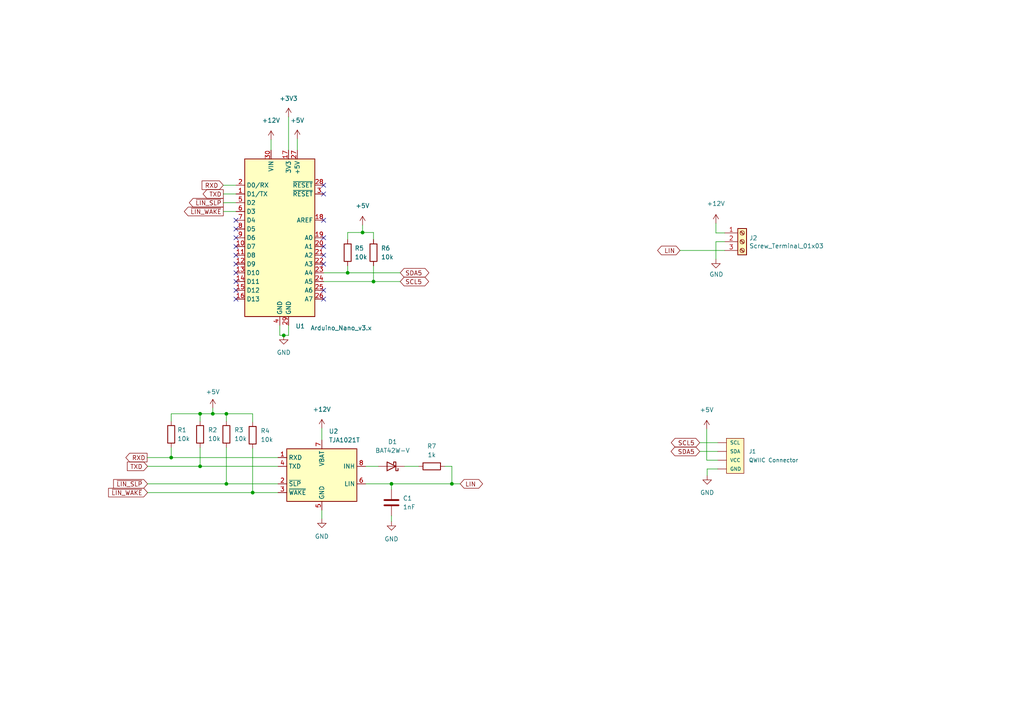
<source format=kicad_sch>
(kicad_sch (version 20211123) (generator eeschema)
  (paper "A4")
  (title_block (title "LINBus Master") (date "2023-02-04") (rev "1.0") (company "Gavin Hurlbut"))
  (lib_symbols
    (symbol "Connector:Screw_Terminal_01x03" (pin_names (offset 1.016) hide)
      (property "Reference" "J" (at 0 5.08 0))
      (property "Value" "Screw_Terminal_01x03" (at 0 -5.08 0))
      (symbol "Screw_Terminal_01x03_1_1"
        (rectangle (start -1.27 3.81) (end 1.27 -3.81) (stroke (width 0.254)) (fill (type background)))
        (circle (center 0 -2.54) (radius 0.635) (stroke (width 0.1524)))
        (polyline (pts (xy -0.5334 -2.2098) (xy 0.3302 -3.048)) (stroke (width 0.1524)))
        (polyline (pts (xy -0.5334 0.3302) (xy 0.3302 -0.508)) (stroke (width 0.1524)))
        (polyline (pts (xy -0.5334 2.8702) (xy 0.3302 2.032)) (stroke (width 0.1524)))
        (polyline (pts (xy -0.3556 -2.032) (xy 0.508 -2.8702)) (stroke (width 0.1524)))
        (polyline (pts (xy -0.3556 0.508) (xy 0.508 -0.3302)) (stroke (width 0.1524)))
        (polyline (pts (xy -0.3556 3.048) (xy 0.508 2.2098)) (stroke (width 0.1524)))
        (circle (center 0 0) (radius 0.635) (stroke (width 0.1524)))
        (circle (center 0 2.54) (radius 0.635) (stroke (width 0.1524)))
        (pin passive line (at -5.08 2.54 0) (length 3.81) (name "Pin_1") (number "1"))
        (pin passive line (at -5.08 0 0) (length 3.81) (name "Pin_2") (number "2"))
        (pin passive line (at -5.08 -2.54 0) (length 3.81) (name "Pin_3") (number "3"))
      )
    )
    (symbol "Device:C" (pin_numbers hide) (pin_names (offset 0.254))
      (property "Reference" "C" (at 0.635 2.54 0))
      (property "Value" "C" (at 0.635 -2.54 0))
      (symbol "C_0_1"
        (polyline (pts (xy -2.032 -0.762) (xy 2.032 -0.762)) (stroke (width 0.508)))
        (polyline (pts (xy -2.032 0.762) (xy 2.032 0.762)) (stroke (width 0.508)))
      )
      (symbol "C_1_1"
        (pin passive line (at 0 3.81 270) (length 2.794) (name "~") (number "1"))
        (pin passive line (at 0 -3.81 90) (length 2.794) (name "~") (number "2"))
      )
    )
    (symbol "Device:R" (pin_numbers hide) (pin_names (offset 0))
      (property "Reference" "R" (at 2.032 0 90))
      (property "Value" "R" (at 0 0 90))
      (symbol "R_0_1"
        (rectangle (start -1.016 -2.54) (end 1.016 2.54) (stroke (width 0.254)))
      )
      (symbol "R_1_1"
        (pin passive line (at 0 3.81 270) (length 1.27) (name "~") (number "1"))
        (pin passive line (at 0 -3.81 90) (length 1.27) (name "~") (number "2"))
      )
    )
    (symbol "Diode:BAT42W-V" (pin_numbers hide) (pin_names (offset 1.016) hide)
      (property "Reference" "D" (at 0 2.54 0))
      (property "Value" "BAT42W-V" (at 0 -2.54 0))
      (symbol "BAT42W-V_0_1"
        (polyline (pts (xy 1.27 0) (xy -1.27 0)))
        (polyline (pts (xy 1.27 1.27) (xy 1.27 -1.27) (xy -1.27 0) (xy 1.27 1.27)) (stroke (width 0.254)))
        (polyline (pts (xy -1.905 0.635) (xy -1.905 1.27) (xy -1.27 1.27) (xy -1.27 -1.27) (xy -0.635 -1.27) (xy -0.635 -0.635)) (stroke (width 0.254)))
      )
      (symbol "BAT42W-V_1_1"
        (pin passive line (at -3.81 0 0) (length 2.54) (name "K") (number "1"))
        (pin passive line (at 3.81 0 180) (length 2.54) (name "A") (number "2"))
      )
    )
    (symbol "Interface_CAN_LIN:TJA1021T"
      (property "Reference" "U" (at -10.16 8.89 0))
      (property "Value" "TJA1021T" (at 1.27 8.89 0))
      (symbol "TJA1021T_0_1"
        (rectangle (start -10.16 7.62) (end 10.16 -7.62) (stroke (width 0.254)) (fill (type background)))
      )
      (symbol "TJA1021T_1_1"
        (pin open_collector line (at -12.7 5.08 0) (length 2.54) (name "RXD") (number "1"))
        (pin input line (at -12.7 -2.54 0) (length 2.54) (name "~{SLP}") (number "2"))
        (pin input line (at -12.7 -5.08 0) (length 2.54) (name "~{WAKE}") (number "3"))
        (pin input line (at -12.7 2.54 0) (length 2.54) (name "TXD") (number "4"))
        (pin power_in line (at 0 -10.16 90) (length 2.54) (name "GND") (number "5"))
        (pin bidirectional line (at 12.7 -2.54 180) (length 2.54) (name "LIN") (number "6"))
        (pin power_in line (at 0 10.16 270) (length 2.54) (name "VBAT") (number "7"))
        (pin output line (at 12.7 2.54 180) (length 2.54) (name "INH") (number "8"))
      )
    )
    (symbol "MCU_Module:Arduino_Nano_v3.x"
      (property "Reference" "A" (at -10.16 23.495 0))
      (property "Value" "Arduino_Nano_v3.x" (at 5.08 -24.13 0))
      (symbol "Arduino_Nano_v3.x_0_1"
        (rectangle (start -10.16 22.86) (end 10.16 -22.86) (stroke (width 0.254)) (fill (type background)))
      )
      (symbol "Arduino_Nano_v3.x_1_1"
        (pin bidirectional line (at -12.7 12.7 0) (length 2.54) (name "D1/TX") (number "1"))
        (pin bidirectional line (at -12.7 -2.54 0) (length 2.54) (name "D7") (number "10"))
        (pin bidirectional line (at -12.7 -5.08 0) (length 2.54) (name "D8") (number "11"))
        (pin bidirectional line (at -12.7 -7.62 0) (length 2.54) (name "D9") (number "12"))
        (pin bidirectional line (at -12.7 -10.16 0) (length 2.54) (name "D10") (number "13"))
        (pin bidirectional line (at -12.7 -12.7 0) (length 2.54) (name "D11") (number "14"))
        (pin bidirectional line (at -12.7 -15.24 0) (length 2.54) (name "D12") (number "15"))
        (pin bidirectional line (at -12.7 -17.78 0) (length 2.54) (name "D13") (number "16"))
        (pin power_out line (at 2.54 25.4 270) (length 2.54) (name "3V3") (number "17"))
        (pin input line (at 12.7 5.08 180) (length 2.54) (name "AREF") (number "18"))
        (pin bidirectional line (at 12.7 0 180) (length 2.54) (name "A0") (number "19"))
        (pin bidirectional line (at -12.7 15.24 0) (length 2.54) (name "D0/RX") (number "2"))
        (pin bidirectional line (at 12.7 -2.54 180) (length 2.54) (name "A1") (number "20"))
        (pin bidirectional line (at 12.7 -5.08 180) (length 2.54) (name "A2") (number "21"))
        (pin bidirectional line (at 12.7 -7.62 180) (length 2.54) (name "A3") (number "22"))
        (pin bidirectional line (at 12.7 -10.16 180) (length 2.54) (name "A4") (number "23"))
        (pin bidirectional line (at 12.7 -12.7 180) (length 2.54) (name "A5") (number "24"))
        (pin bidirectional line (at 12.7 -15.24 180) (length 2.54) (name "A6") (number "25"))
        (pin bidirectional line (at 12.7 -17.78 180) (length 2.54) (name "A7") (number "26"))
        (pin power_out line (at 5.08 25.4 270) (length 2.54) (name "+5V") (number "27"))
        (pin input line (at 12.7 15.24 180) (length 2.54) (name "~{RESET}") (number "28"))
        (pin power_in line (at 2.54 -25.4 90) (length 2.54) (name "GND") (number "29"))
        (pin input line (at 12.7 12.7 180) (length 2.54) (name "~{RESET}") (number "3"))
        (pin power_in line (at -2.54 25.4 270) (length 2.54) (name "VIN") (number "30"))
        (pin power_in line (at 0 -25.4 90) (length 2.54) (name "GND") (number "4"))
        (pin bidirectional line (at -12.7 10.16 0) (length 2.54) (name "D2") (number "5"))
        (pin bidirectional line (at -12.7 7.62 0) (length 2.54) (name "D3") (number "6"))
        (pin bidirectional line (at -12.7 5.08 0) (length 2.54) (name "D4") (number "7"))
        (pin bidirectional line (at -12.7 2.54 0) (length 2.54) (name "D5") (number "8"))
        (pin bidirectional line (at -12.7 0 0) (length 2.54) (name "D6") (number "9"))
      )
    )
    (symbol "SparkFun-Connectors:I2C_STANDARDQWIIC" (pin_numbers hide) (pin_names (offset 1.016))
      (property "Reference" "J" (at -5.08 10.16 0))
      (property "Value" "I2C_STANDARDQWIIC" (at -5.08 -3.81 0))
      (property "Field4" "CONN-13729" (at 0 13.97 0))
      (symbol "I2C_STANDARDQWIIC_1_0"
        (rectangle (start 0 -1.27) (end -5.08 8.89) (fill (type background)))
      )
      (symbol "I2C_STANDARDQWIIC_1_1"
        (pin power_in line (at 2.54 0 180) (length 2.54) (name "GND") (number "1"))
        (pin power_in line (at 2.54 2.54 180) (length 2.54) (name "VCC") (number "2"))
        (pin passive line (at 2.54 5.08 180) (length 2.54) (name "SDA") (number "3"))
        (pin passive line (at 2.54 7.62 180) (length 2.54) (name "SCL") (number "4"))
      )
    )
    (symbol "power:+12V" (power) (pin_names (offset 0))
      (property "Value" "+12V" (at 0 3.556 0))
      (symbol "+12V_0_1"
        (polyline (pts (xy -0.762 1.27) (xy 0 2.54)))
        (polyline (pts (xy 0 0) (xy 0 2.54)))
        (polyline (pts (xy 0 2.54) (xy 0.762 1.27)))
      )
      (symbol "+12V_1_1"
        (pin power_in line (at 0 0 90) (length 0) hide (name "+12V") (number "1"))
      )
    )
    (symbol "power:+3V3" (power) (pin_names (offset 0))
      (property "Value" "+3V3" (at 0 3.556 0))
      (symbol "+3V3_0_1"
        (polyline (pts (xy -0.762 1.27) (xy 0 2.54)))
        (polyline (pts (xy 0 0) (xy 0 2.54)))
        (polyline (pts (xy 0 2.54) (xy 0.762 1.27)))
      )
      (symbol "+3V3_1_1"
        (pin power_in line (at 0 0 90) (length 0) hide (name "+3V3") (number "1"))
      )
    )
    (symbol "power:+5V" (power) (pin_names (offset 0))
      (property "Value" "+5V" (at 0 3.556 0))
      (symbol "+5V_0_1"
        (polyline (pts (xy -0.762 1.27) (xy 0 2.54)))
        (polyline (pts (xy 0 0) (xy 0 2.54)))
        (polyline (pts (xy 0 2.54) (xy 0.762 1.27)))
      )
      (symbol "+5V_1_1"
        (pin power_in line (at 0 0 90) (length 0) hide (name "+5V") (number "1"))
      )
    )
    (symbol "power:GND" (power) (pin_names (offset 0))
      (property "Value" "GND" (at 0 -3.81 0))
      (symbol "GND_0_1"
        (polyline (pts (xy 0 0) (xy 0 -1.27) (xy 1.27 -1.27) (xy 0 -2.54) (xy -1.27 -1.27) (xy 0 -1.27)))
      )
      (symbol "GND_1_1"
        (pin power_in line (at 0 0 270) (length 0) hide (name "GND") (number "1"))
      )
    )
  )
  (junction (at 82.296 97.282))
  (junction (at 131.064 140.335))
  (junction (at 73.279 142.875))
  (junction (at 58.039 135.255))
  (junction (at 65.659 120.015))
  (junction (at 105.156 67.437))
  (junction (at 100.838 79.121))
  (junction (at 49.657 132.715))
  (junction (at 65.659 140.335))
  (junction (at 58.039 120.015))
  (junction (at 108.331 81.661))
  (junction (at 61.722 120.015))
  (junction (at 113.538 140.335))
  (no_connect (at 93.853 76.581))
  (no_connect (at 93.853 68.961))
  (no_connect (at 68.453 74.041))
  (no_connect (at 93.853 63.881))
  (no_connect (at 68.453 71.501))
  (no_connect (at 68.453 66.421))
  (no_connect (at 93.853 86.741))
  (no_connect (at 93.853 74.041))
  (no_connect (at 93.853 56.261))
  (no_connect (at 68.453 79.121))
  (no_connect (at 93.853 84.201))
  (no_connect (at 93.853 53.721))
  (no_connect (at 68.453 76.581))
  (no_connect (at 68.453 68.961))
  (no_connect (at 93.853 71.501))
  (no_connect (at 68.453 63.881))
  (no_connect (at 68.453 86.741))
  (no_connect (at 68.453 81.661))
  (no_connect (at 68.453 84.201))
  (wire (pts (xy 207.645 67.564) (xy 210.185 67.564)))
  (wire (pts (xy 202.946 128.397) (xy 208.153 128.397)))
  (wire (pts (xy 100.838 77.089) (xy 100.838 79.121)))
  (wire (pts (xy 64.77 61.341) (xy 68.453 61.341)))
  (wire (pts (xy 210.185 72.644) (xy 197.231 72.644)))
  (wire (pts (xy 42.799 140.335) (xy 65.659 140.335)))
  (wire (pts (xy 207.645 75.184) (xy 207.645 70.104)))
  (wire (pts (xy 49.657 122.174) (xy 49.657 120.015)))
  (wire (pts (xy 93.853 81.661) (xy 108.331 81.661)))
  (wire (pts (xy 58.039 135.255) (xy 80.645 135.255)))
  (wire (pts (xy 105.156 67.437) (xy 100.838 67.437)))
  (wire (pts (xy 65.659 140.335) (xy 80.645 140.335)))
  (wire (pts (xy 58.039 120.015) (xy 58.039 122.174)))
  (wire (pts (xy 42.799 142.875) (xy 73.279 142.875)))
  (wire (pts (xy 113.538 140.335) (xy 131.064 140.335)))
  (wire (pts (xy 81.153 94.361) (xy 81.153 97.282)))
  (wire (pts (xy 83.693 94.361) (xy 83.693 97.282)))
  (wire (pts (xy 64.77 53.721) (xy 68.453 53.721)))
  (wire (pts (xy 108.331 69.469) (xy 108.331 67.437)))
  (wire (pts (xy 82.296 97.282) (xy 83.693 97.282)))
  (wire (pts (xy 42.672 132.715) (xy 49.657 132.715)))
  (wire (pts (xy 204.978 124.46) (xy 204.978 133.477)))
  (wire (pts (xy 61.722 120.015) (xy 65.659 120.015)))
  (wire (pts (xy 42.799 135.255) (xy 58.039 135.255)))
  (wire (pts (xy 81.153 97.282) (xy 82.296 97.282)))
  (wire (pts (xy 207.645 67.564) (xy 207.645 64.77)))
  (wire (pts (xy 49.657 132.715) (xy 80.645 132.715)))
  (wire (pts (xy 61.722 118.364) (xy 61.722 120.015)))
  (wire (pts (xy 129.032 135.255) (xy 131.064 135.255)))
  (wire (pts (xy 65.659 129.794) (xy 65.659 140.335)))
  (wire (pts (xy 65.659 120.015) (xy 73.279 120.015)))
  (wire (pts (xy 58.039 129.794) (xy 58.039 135.255)))
  (wire (pts (xy 207.645 70.104) (xy 210.185 70.104)))
  (wire (pts (xy 106.045 135.255) (xy 109.728 135.255)))
  (wire (pts (xy 108.331 67.437) (xy 105.156 67.437)))
  (wire (pts (xy 113.538 140.335) (xy 113.538 141.986)))
  (wire (pts (xy 78.613 40.513) (xy 78.613 43.561)))
  (wire (pts (xy 205.105 136.017) (xy 208.153 136.017)))
  (wire (pts (xy 205.105 137.922) (xy 205.105 136.017)))
  (wire (pts (xy 117.348 135.255) (xy 121.412 135.255)))
  (wire (pts (xy 100.838 79.121) (xy 116.078 79.121)))
  (wire (pts (xy 65.659 120.015) (xy 65.659 122.174)))
  (wire (pts (xy 73.279 120.015) (xy 73.279 122.428)))
  (wire (pts (xy 49.657 120.015) (xy 58.039 120.015)))
  (wire (pts (xy 49.657 129.794) (xy 49.657 132.715)))
  (wire (pts (xy 93.853 79.121) (xy 100.838 79.121)))
  (wire (pts (xy 73.279 130.048) (xy 73.279 142.875)))
  (wire (pts (xy 131.064 135.255) (xy 131.064 140.335)))
  (wire (pts (xy 105.156 65.278) (xy 105.156 67.437)))
  (wire (pts (xy 83.693 33.909) (xy 83.693 43.561)))
  (wire (pts (xy 93.345 124.206) (xy 93.345 127.635)))
  (wire (pts (xy 204.978 133.477) (xy 208.153 133.477)))
  (wire (pts (xy 108.331 77.089) (xy 108.331 81.661)))
  (wire (pts (xy 64.77 56.261) (xy 68.453 56.261)))
  (wire (pts (xy 100.838 67.437) (xy 100.838 69.469)))
  (wire (pts (xy 58.039 120.015) (xy 61.722 120.015)))
  (wire (pts (xy 68.453 58.801) (xy 64.77 58.801)))
  (wire (pts (xy 93.345 147.955) (xy 93.345 150.495)))
  (wire (pts (xy 106.045 140.335) (xy 113.538 140.335)))
  (wire (pts (xy 113.538 149.606) (xy 113.538 151.257)))
  (wire (pts (xy 131.064 140.335) (xy 133.477 140.335)))
  (wire (pts (xy 108.331 81.661) (xy 116.078 81.661)))
  (wire (pts (xy 202.946 130.937) (xy 208.153 130.937)))
  (wire (pts (xy 73.279 142.875) (xy 80.645 142.875)))
  (wire (pts (xy 86.233 40.259) (xy 86.233 43.561)))
  (global_label "RXD" (shape output) (at 42.672 132.715 180) (property "Intersheet References" "${INTERSHEET_REFS}" (effects hide)))
  (global_label "~{LIN_SLP}" (shape input) (at 42.799 140.335 180) (property "Intersheet References" "${INTERSHEET_REFS}" (effects hide)))
  (global_label "LIN" (shape bidirectional) (at 197.231 72.644 180) (property "Intersheet References" "${INTERSHEET_REFS}" (effects hide)))
  (global_label "SCL5" (shape bidirectional) (at 202.946 128.397 180) (property "Intersheet References" "${INTERSHEET_REFS}" (effects hide)))
  (global_label "SDA5" (shape bidirectional) (at 202.946 130.937 180) (property "Intersheet References" "${INTERSHEET_REFS}" (effects hide)))
  (global_label "~{LIN_WAKE}" (shape output) (at 64.77 61.341 180) (property "Intersheet References" "${INTERSHEET_REFS}" (effects hide)))
  (global_label "~{LIN_WAKE}" (shape input) (at 42.799 142.875 180) (property "Intersheet References" "${INTERSHEET_REFS}" (effects hide)))
  (global_label "LIN" (shape bidirectional) (at 133.477 140.335 0) (property "Intersheet References" "${INTERSHEET_REFS}" (effects hide)))
  (global_label "TXD" (shape input) (at 42.799 135.255 180) (property "Intersheet References" "${INTERSHEET_REFS}" (effects hide)))
  (global_label "~{LIN_SLP}" (shape output) (at 64.77 58.801 180) (property "Intersheet References" "${INTERSHEET_REFS}" (effects hide)))
  (global_label "RXD" (shape input) (at 64.77 53.721 180) (property "Intersheet References" "${INTERSHEET_REFS}" (effects hide)))
  (global_label "SDA5" (shape bidirectional) (at 116.078 79.121 0) (property "Intersheet References" "${INTERSHEET_REFS}" (effects hide)))
  (global_label "SCL5" (shape bidirectional) (at 116.078 81.661 0) (property "Intersheet References" "${INTERSHEET_REFS}" (effects hide)))
  (global_label "TXD" (shape output) (at 64.77 56.261 180) (property "Intersheet References" "${INTERSHEET_REFS}" (effects hide)))
  (symbol (lib_id "power:GND") (at 93.345 150.495 0) (unit 1)
    (property "Reference" "#PWR07" (effects hide))
    (property "Value" "GND" (at 93.345 155.575 0))
  )
  (symbol (lib_id "power:GND") (at 82.296 97.282 0) (unit 1)
    (property "Reference" "#PWR03" (effects hide))
    (property "Value" "GND" (at 82.296 102.235 0))
  )
  (symbol (lib_id "Device:R") (at 49.657 125.984 0) (unit 1)
    (property "Reference" "R1" (at 51.435 124.7139 0) (effects (justify left)))
    (property "Value" "10k" (at 51.435 127.2539 0) (effects (justify left)))
    (property "Footprint" "Resistor_SMD:R_0805_2012Metric_Pad1.20x1.40mm_HandSolder" (effects hide))
  )
  (symbol (lib_id "Device:R") (at 65.659 125.984 0) (unit 1)
    (property "Reference" "R3" (at 67.945 124.7139 0) (effects (justify left)))
    (property "Value" "10k" (at 67.945 127.2539 0) (effects (justify left)))
    (property "Footprint" "Resistor_SMD:R_0805_2012Metric_Pad1.20x1.40mm_HandSolder" (effects hide))
  )
  (symbol (lib_id "Diode:BAT42W-V") (at 113.538 135.255 180) (unit 1)
    (property "Reference" "D1" (at 113.8555 128.143 0))
    (property "Value" "BAT42W-V" (at 113.8555 130.683 0))
    (property "Footprint" "Diode_SMD:D_SOD-123" (effects hide))
    (property "Datasheet" "http://www.vishay.com/docs/85660/bat42.pdf" (effects hide))
  )
  (symbol (lib_id "Device:R") (at 100.838 73.279 0) (unit 1)
    (property "Reference" "R5" (at 102.87 72.0089 0) (effects (justify left)))
    (property "Value" "10k" (at 102.87 74.5489 0) (effects (justify left)))
    (property "Footprint" "Resistor_SMD:R_0805_2012Metric_Pad1.20x1.40mm_HandSolder" (effects hide))
  )
  (symbol (lib_id "power:+5V") (at 86.233 40.259 0) (unit 1)
    (property "Reference" "#PWR05" (effects hide))
    (property "Value" "+5V" (at 86.233 34.925 0))
  )
  (symbol (lib_id "MCU_Module:Arduino_Nano_v3.x") (at 81.153 68.961 0) (unit 1)
    (property "Reference" "U1" (at 85.7124 94.615 0) (effects (justify left)))
    (property "Value" "Arduino_Nano_v3.x" (at 90.043 95.123 0) (effects (justify left)))
    (property "Footprint" "Module:Arduino_Nano" (effects hide))
    (property "Datasheet" "http://www.mouser.com/pdfdocs/Gravitech_Arduino_Nano3_0.pdf" (effects hide))
  )
  (symbol (lib_id "Device:C") (at 113.538 145.796 0) (unit 1)
    (property "Reference" "C1" (at 116.84 144.5259 0) (effects (justify left)))
    (property "Value" "1nF" (at 116.84 147.0659 0) (effects (justify left)))
    (property "Footprint" "Capacitor_SMD:C_0805_2012Metric_Pad1.18x1.45mm_HandSolder" (effects hide))
  )
  (symbol (lib_id "power:GND") (at 113.538 151.257 0) (unit 1)
    (property "Reference" "#PWR09" (effects hide))
    (property "Value" "GND" (at 113.538 156.337 0))
  )
  (symbol (lib_id "power:+12V") (at 78.613 40.513 0) (unit 1)
    (property "Reference" "#PWR02" (effects hide))
    (property "Value" "+12V" (at 78.613 34.925 0))
  )
  (symbol (lib_id "power:+12V") (at 207.645 64.77 0) (unit 1)
    (property "Reference" "#PWR012" (effects hide))
    (property "Value" "+12V" (at 207.645 59.055 0))
  )
  (symbol (lib_id "Interface_CAN_LIN:TJA1021T") (at 93.345 137.795 0) (unit 1)
    (property "Reference" "U2" (at 95.3644 125.095 0) (effects (justify left)))
    (property "Value" "TJA1021T" (at 95.3644 127.635 0) (effects (justify left)))
    (property "Footprint" "Package_SO:SOIC-8_3.9x4.9mm_P1.27mm" (effects hide))
    (property "Datasheet" "http://www.nxp.com/documents/data_sheet/TJA1021.pdf" (effects hide))
  )
  (symbol (lib_id "power:+5V") (at 105.156 65.278 0) (unit 1)
    (property "Reference" "#PWR08" (effects hide))
    (property "Value" "+5V" (at 105.156 59.69 0))
  )
  (symbol (lib_id "Device:R") (at 58.039 125.984 0) (unit 1)
    (property "Reference" "R2" (at 60.325 124.7139 0) (effects (justify left)))
    (property "Value" "10k" (at 60.325 127.2539 0) (effects (justify left)))
    (property "Footprint" "Resistor_SMD:R_0805_2012Metric_Pad1.20x1.40mm_HandSolder" (effects hide))
  )
  (symbol (lib_id "power:+12V") (at 93.345 124.206 0) (unit 1)
    (property "Reference" "#PWR06" (effects hide))
    (property "Value" "+12V" (at 93.345 118.745 0))
  )
  (symbol (lib_id "SparkFun-Connectors:I2C_STANDARDQWIIC") (at 210.693 136.017 0) (mirror y) (unit 1)
    (property "Reference" "J1" (at 217.17 130.937 0) (effects (font (size 1.143 1.143)) (justify right)))
    (property "Value" "QWIIC Connector" (at 217.17 133.477 0) (effects (font (size 1.143 1.143)) (justify right)))
    (property "Footprint" "SparkFun-Connectors:1X04_1MM_RA" (effects hide))
    (property "Field4" "CONN-13729" (effects hide))
  )
  (symbol (lib_id "power:+5V") (at 61.722 118.364 0) (unit 1)
    (property "Reference" "#PWR01" (effects hide))
    (property "Value" "+5V" (at 61.722 113.665 0))
  )
  (symbol (lib_id "power:+5V") (at 204.978 124.46 0) (unit 1)
    (property "Reference" "#PWR010" (effects hide))
    (property "Value" "+5V" (at 204.978 118.872 0))
  )
  (symbol (lib_id "Device:R") (at 73.279 126.238 0) (unit 1)
    (property "Reference" "R4" (at 75.565 124.9679 0) (effects (justify left)))
    (property "Value" "10k" (at 75.565 127.5079 0) (effects (justify left)))
    (property "Footprint" "Resistor_SMD:R_0805_2012Metric_Pad1.20x1.40mm_HandSolder" (effects hide))
  )
  (symbol (lib_id "Connector:Screw_Terminal_01x03") (at 215.265 70.104 0) (unit 1)
    (property "Reference" "J2" (at 217.297 69.0372 0) (effects (justify left)))
    (property "Value" "Screw_Terminal_01x03" (at 217.297 71.3486 0) (effects (justify left)))
    (property "Footprint" "TerminalBlock_TE-Connectivity:TerminalBlock_TE_282834-3_1x03_P2.54mm_Horizontal" (effects hide))
  )
  (symbol (lib_id "power:+3V3") (at 83.693 33.909 0) (unit 1)
    (property "Reference" "#PWR04" (effects hide))
    (property "Value" "+3V3" (at 83.693 28.575 0))
  )
  (symbol (lib_id "power:GND") (at 207.645 75.184 0) (unit 1)
    (property "Reference" "#PWR013" (effects hide))
    (property "Value" "GND" (at 207.772 79.5782 0))
  )
  (symbol (lib_id "Device:R") (at 125.222 135.255 90) (unit 1)
    (property "Reference" "R7" (at 125.222 129.413 90))
    (property "Value" "1k" (at 125.222 131.953 90))
    (property "Footprint" "Resistor_SMD:R_0805_2012Metric_Pad1.20x1.40mm_HandSolder" (effects hide))
  )
  (symbol (lib_id "power:GND") (at 205.105 137.922 0) (unit 1)
    (property "Reference" "#PWR011" (effects hide))
    (property "Value" "GND" (at 205.105 142.875 0))
  )
  (symbol (lib_id "Device:R") (at 108.331 73.279 0) (unit 1)
    (property "Reference" "R6" (at 110.49 72.0089 0) (effects (justify left)))
    (property "Value" "10k" (at 110.49 74.5489 0) (effects (justify left)))
    (property "Footprint" "Resistor_SMD:R_0805_2012Metric_Pad1.20x1.40mm_HandSolder" (effects hide))
  )
)
</source>
